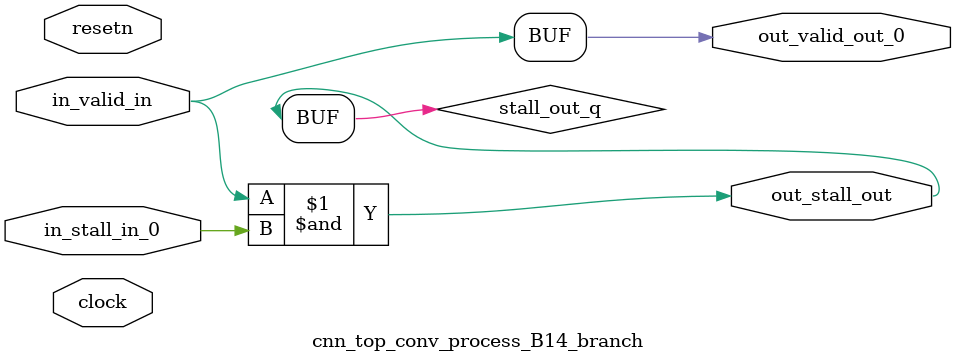
<source format=sv>



(* altera_attribute = "-name AUTO_SHIFT_REGISTER_RECOGNITION OFF; -name MESSAGE_DISABLE 10036; -name MESSAGE_DISABLE 10037; -name MESSAGE_DISABLE 14130; -name MESSAGE_DISABLE 14320; -name MESSAGE_DISABLE 15400; -name MESSAGE_DISABLE 14130; -name MESSAGE_DISABLE 10036; -name MESSAGE_DISABLE 12020; -name MESSAGE_DISABLE 12030; -name MESSAGE_DISABLE 12010; -name MESSAGE_DISABLE 12110; -name MESSAGE_DISABLE 14320; -name MESSAGE_DISABLE 13410; -name MESSAGE_DISABLE 113007; -name MESSAGE_DISABLE 10958" *)
module cnn_top_conv_process_B14_branch (
    input wire [0:0] in_stall_in_0,
    input wire [0:0] in_valid_in,
    output wire [0:0] out_stall_out,
    output wire [0:0] out_valid_out_0,
    input wire clock,
    input wire resetn
    );

    wire [0:0] stall_out_q;


    // stall_out(LOGICAL,6)
    assign stall_out_q = in_valid_in & in_stall_in_0;

    // out_stall_out(GPOUT,4)
    assign out_stall_out = stall_out_q;

    // out_valid_out_0(GPOUT,5)
    assign out_valid_out_0 = in_valid_in;

endmodule

</source>
